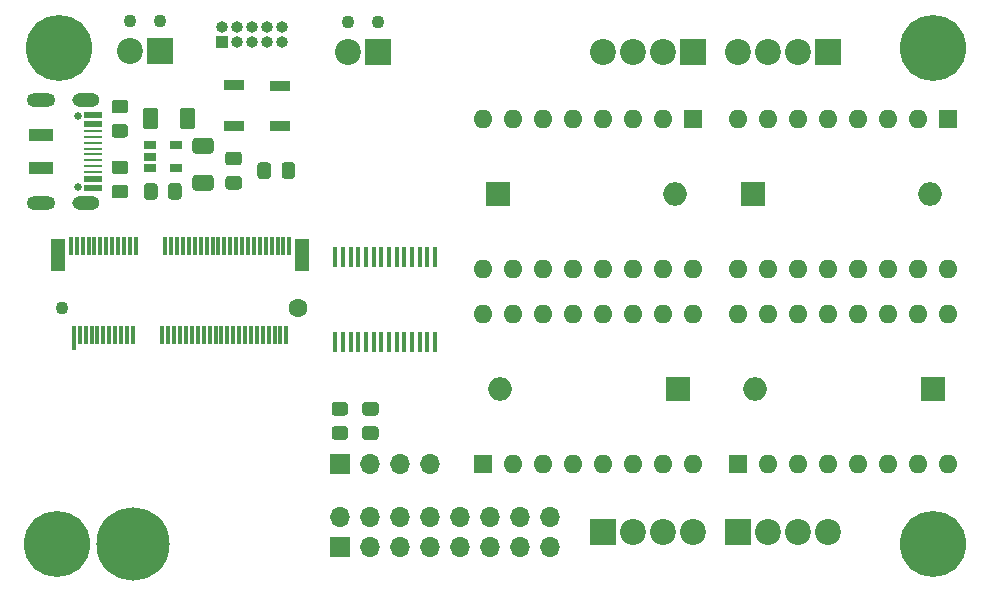
<source format=gts>
%TF.GenerationSoftware,KiCad,Pcbnew,(5.1.8)-1*%
%TF.CreationDate,2020-12-25T17:53:49+01:00*%
%TF.ProjectId,mmStep,6d6d5374-6570-42e6-9b69-6361645f7063,rev?*%
%TF.SameCoordinates,Original*%
%TF.FileFunction,Soldermask,Top*%
%TF.FilePolarity,Negative*%
%FSLAX46Y46*%
G04 Gerber Fmt 4.6, Leading zero omitted, Abs format (unit mm)*
G04 Created by KiCad (PCBNEW (5.1.8)-1) date 2020-12-25 17:53:49*
%MOMM*%
%LPD*%
G01*
G04 APERTURE LIST*
%ADD10O,1.600000X1.600000*%
%ADD11R,1.600000X1.600000*%
%ADD12C,5.600000*%
%ADD13O,2.000000X2.000000*%
%ADD14R,2.000000X2.000000*%
%ADD15C,6.200000*%
%ADD16R,0.300000X1.550000*%
%ADD17R,1.200000X2.750000*%
%ADD18R,0.300000X2.000000*%
%ADD19C,1.600000*%
%ADD20C,1.100000*%
%ADD21O,1.700000X1.700000*%
%ADD22R,1.700000X1.700000*%
%ADD23R,0.450000X1.750000*%
%ADD24C,2.200000*%
%ADD25R,2.200000X2.200000*%
%ADD26O,2.400000X1.200000*%
%ADD27O,2.316000X1.158000*%
%ADD28C,0.630000*%
%ADD29R,2.000000X1.000000*%
%ADD30C,0.600000*%
%ADD31R,1.500000X0.270000*%
%ADD32R,1.500000X0.520000*%
%ADD33R,1.700000X0.900000*%
%ADD34O,1.000000X1.000000*%
%ADD35R,1.000000X1.000000*%
%ADD36R,1.060000X0.650000*%
G04 APERTURE END LIST*
D10*
%TO.C,A4*%
X57150000Y-22225000D03*
X39370000Y-9525000D03*
X54610000Y-22225000D03*
X41910000Y-9525000D03*
X52070000Y-22225000D03*
X44450000Y-9525000D03*
X49530000Y-22225000D03*
X46990000Y-9525000D03*
X46990000Y-22225000D03*
X49530000Y-9525000D03*
X44450000Y-22225000D03*
X52070000Y-9525000D03*
X41910000Y-22225000D03*
X54610000Y-9525000D03*
X39370000Y-22225000D03*
D11*
X57150000Y-9525000D03*
%TD*%
D10*
%TO.C,A3*%
X78740000Y-22225000D03*
X60960000Y-9525000D03*
X76200000Y-22225000D03*
X63500000Y-9525000D03*
X73660000Y-22225000D03*
X66040000Y-9525000D03*
X71120000Y-22225000D03*
X68580000Y-9525000D03*
X68580000Y-22225000D03*
X71120000Y-9525000D03*
X66040000Y-22225000D03*
X73660000Y-9525000D03*
X63500000Y-22225000D03*
X76200000Y-9525000D03*
X60960000Y-22225000D03*
D11*
X78740000Y-9525000D03*
%TD*%
D10*
%TO.C,A1*%
X39370000Y-26035000D03*
X57150000Y-38735000D03*
X41910000Y-26035000D03*
X54610000Y-38735000D03*
X44450000Y-26035000D03*
X52070000Y-38735000D03*
X46990000Y-26035000D03*
X49530000Y-38735000D03*
X49530000Y-26035000D03*
X46990000Y-38735000D03*
X52070000Y-26035000D03*
X44450000Y-38735000D03*
X54610000Y-26035000D03*
X41910000Y-38735000D03*
X57150000Y-26035000D03*
D11*
X39370000Y-38735000D03*
%TD*%
D10*
%TO.C,A2*%
X60960000Y-26035000D03*
X78740000Y-38735000D03*
X63500000Y-26035000D03*
X76200000Y-38735000D03*
X66040000Y-26035000D03*
X73660000Y-38735000D03*
X68580000Y-26035000D03*
X71120000Y-38735000D03*
X71120000Y-26035000D03*
X68580000Y-38735000D03*
X73660000Y-26035000D03*
X66040000Y-38735000D03*
X76200000Y-26035000D03*
X63500000Y-38735000D03*
X78740000Y-26035000D03*
D11*
X60960000Y-38735000D03*
%TD*%
D12*
%TO.C,REF\u002A\u002A*%
X77470000Y-45500000D03*
%TD*%
D13*
%TO.C,C7*%
X55640000Y-15875000D03*
D14*
X40640000Y-15875000D03*
%TD*%
D13*
%TO.C,C6*%
X77230000Y-15875000D03*
D14*
X62230000Y-15875000D03*
%TD*%
D13*
%TO.C,C5*%
X62470000Y-32385000D03*
D14*
X77470000Y-32385000D03*
%TD*%
D13*
%TO.C,C4*%
X40880000Y-32385000D03*
D14*
X55880000Y-32385000D03*
%TD*%
D15*
%TO.C,J3*%
X9753600Y-45500000D03*
D16*
X8753600Y-27780000D03*
X8253600Y-27780000D03*
X7753600Y-27780000D03*
X7253600Y-27780000D03*
X9003600Y-20230000D03*
X8503600Y-20230000D03*
X8003600Y-20230000D03*
X7503600Y-20230000D03*
D17*
X24103600Y-21005000D03*
X3403600Y-21005000D03*
D16*
X23003600Y-20230000D03*
X22753600Y-27780000D03*
X22253600Y-27780000D03*
X21753600Y-27780000D03*
X21253600Y-27780000D03*
X20753600Y-27780000D03*
X20253600Y-27780000D03*
X19753600Y-27780000D03*
X19253600Y-27780000D03*
X18753600Y-27780000D03*
X18253600Y-27780000D03*
X17753600Y-27780000D03*
X17253600Y-27780000D03*
X16753600Y-27780000D03*
X16253600Y-27780000D03*
X15753600Y-27780000D03*
X15253600Y-27780000D03*
X14753600Y-27780000D03*
X14253600Y-27780000D03*
X13753600Y-27780000D03*
X13253600Y-27780000D03*
X12753600Y-27780000D03*
X12253600Y-27780000D03*
X9753600Y-27780000D03*
X9253600Y-27780000D03*
X6753600Y-27780000D03*
X6253600Y-27780000D03*
X5753600Y-27780000D03*
X5253600Y-27780000D03*
D18*
X4753600Y-28000000D03*
D16*
X22503600Y-20230000D03*
X22003600Y-20230000D03*
X21503600Y-20230000D03*
X21003600Y-20230000D03*
X20503600Y-20230000D03*
X20003600Y-20230000D03*
X19503600Y-20230000D03*
X19003600Y-20230000D03*
X18503600Y-20230000D03*
X18003600Y-20230000D03*
X17503600Y-20230000D03*
X17003600Y-20230000D03*
X16503600Y-20230000D03*
X16003600Y-20230000D03*
X15503600Y-20230000D03*
X15003600Y-20230000D03*
X14503600Y-20230000D03*
X14003600Y-20230000D03*
X13503600Y-20230000D03*
X13003600Y-20230000D03*
X12503600Y-20230000D03*
X10003600Y-20230000D03*
X9503600Y-20230000D03*
X7003600Y-20230000D03*
X6503600Y-20230000D03*
X6003600Y-20230000D03*
X5503600Y-20230000D03*
X5003600Y-20230000D03*
X4503600Y-20230000D03*
D19*
X23753600Y-25505000D03*
D20*
X3753600Y-25505000D03*
%TD*%
%TO.C,R4*%
G36*
G01*
X27729601Y-34611000D02*
X26829599Y-34611000D01*
G75*
G02*
X26579600Y-34361001I0J249999D01*
G01*
X26579600Y-33710999D01*
G75*
G02*
X26829599Y-33461000I249999J0D01*
G01*
X27729601Y-33461000D01*
G75*
G02*
X27979600Y-33710999I0J-249999D01*
G01*
X27979600Y-34361001D01*
G75*
G02*
X27729601Y-34611000I-249999J0D01*
G01*
G37*
G36*
G01*
X27729601Y-36661000D02*
X26829599Y-36661000D01*
G75*
G02*
X26579600Y-36411001I0J249999D01*
G01*
X26579600Y-35760999D01*
G75*
G02*
X26829599Y-35511000I249999J0D01*
G01*
X27729601Y-35511000D01*
G75*
G02*
X27979600Y-35760999I0J-249999D01*
G01*
X27979600Y-36411001D01*
G75*
G02*
X27729601Y-36661000I-249999J0D01*
G01*
G37*
%TD*%
%TO.C,R3*%
G36*
G01*
X30320401Y-34611000D02*
X29420399Y-34611000D01*
G75*
G02*
X29170400Y-34361001I0J249999D01*
G01*
X29170400Y-33710999D01*
G75*
G02*
X29420399Y-33461000I249999J0D01*
G01*
X30320401Y-33461000D01*
G75*
G02*
X30570400Y-33710999I0J-249999D01*
G01*
X30570400Y-34361001D01*
G75*
G02*
X30320401Y-34611000I-249999J0D01*
G01*
G37*
G36*
G01*
X30320401Y-36661000D02*
X29420399Y-36661000D01*
G75*
G02*
X29170400Y-36411001I0J249999D01*
G01*
X29170400Y-35760999D01*
G75*
G02*
X29420399Y-35511000I249999J0D01*
G01*
X30320401Y-35511000D01*
G75*
G02*
X30570400Y-35760999I0J-249999D01*
G01*
X30570400Y-36411001D01*
G75*
G02*
X30320401Y-36661000I-249999J0D01*
G01*
G37*
%TD*%
D21*
%TO.C,J5*%
X34925000Y-38735000D03*
X32385000Y-38735000D03*
X29845000Y-38735000D03*
D22*
X27305000Y-38735000D03*
%TD*%
D21*
%TO.C,J1*%
X45085000Y-43180000D03*
X45085000Y-45720000D03*
X42545000Y-43180000D03*
X42545000Y-45720000D03*
X40005000Y-43180000D03*
X40005000Y-45720000D03*
X37465000Y-43180000D03*
X37465000Y-45720000D03*
X34925000Y-43180000D03*
X34925000Y-45720000D03*
X32385000Y-43180000D03*
X32385000Y-45720000D03*
X29845000Y-43180000D03*
X29845000Y-45720000D03*
X27305000Y-43180000D03*
D22*
X27305000Y-45720000D03*
%TD*%
D23*
%TO.C,U2*%
X26890000Y-21165000D03*
X27540000Y-21165000D03*
X28190000Y-21165000D03*
X28840000Y-21165000D03*
X29490000Y-21165000D03*
X30140000Y-21165000D03*
X30790000Y-21165000D03*
X31440000Y-21165000D03*
X32090000Y-21165000D03*
X32740000Y-21165000D03*
X33390000Y-21165000D03*
X34040000Y-21165000D03*
X34690000Y-21165000D03*
X35340000Y-21165000D03*
X35340000Y-28365000D03*
X34690000Y-28365000D03*
X34040000Y-28365000D03*
X33390000Y-28365000D03*
X32740000Y-28365000D03*
X32090000Y-28365000D03*
X31440000Y-28365000D03*
X30790000Y-28365000D03*
X30140000Y-28365000D03*
X29490000Y-28365000D03*
X28840000Y-28365000D03*
X28190000Y-28365000D03*
X27540000Y-28365000D03*
X26890000Y-28365000D03*
%TD*%
D20*
%TO.C,J11*%
X27940000Y-1270000D03*
D24*
X27940000Y-3810000D03*
D20*
X30480000Y-1270000D03*
D25*
X30480000Y-3810000D03*
%TD*%
D24*
%TO.C,J9*%
X60960000Y-3810000D03*
X63500000Y-3810000D03*
X66040000Y-3810000D03*
D25*
X68580000Y-3810000D03*
%TD*%
D24*
%TO.C,J10*%
X49530000Y-3810000D03*
X52070000Y-3810000D03*
X54610000Y-3810000D03*
D25*
X57150000Y-3810000D03*
%TD*%
D24*
%TO.C,J8*%
X57150000Y-44450000D03*
X54610000Y-44450000D03*
X52070000Y-44450000D03*
D25*
X49530000Y-44450000D03*
%TD*%
D24*
%TO.C,J7*%
X68580000Y-44450000D03*
X66040000Y-44450000D03*
X63500000Y-44450000D03*
D25*
X60960000Y-44450000D03*
%TD*%
D26*
%TO.C,J2*%
X2000000Y-16570000D03*
X2000000Y-7930000D03*
D27*
X5825000Y-16570000D03*
X5825000Y-7930000D03*
D28*
X5100000Y-9250000D03*
D29*
X2000000Y-13650000D03*
X2000000Y-10850000D03*
D28*
X5100000Y-15250000D03*
D30*
X5100000Y-15250000D03*
D31*
X6400000Y-13500000D03*
X6400000Y-13000000D03*
X6400000Y-12500000D03*
X6400000Y-12000000D03*
X6400000Y-11500000D03*
X6400000Y-11000000D03*
X6400000Y-14000000D03*
X6400000Y-10500000D03*
D32*
X6400000Y-14600000D03*
X6400000Y-9900000D03*
X6400000Y-15350000D03*
X6400000Y-9150000D03*
%TD*%
D12*
%TO.C,REF\u002A\u002A*%
X3500000Y-3500000D03*
%TD*%
%TO.C,REF\u002A\u002A*%
X77500000Y-3500000D03*
%TD*%
%TO.C,REF\u002A\u002A*%
X3302000Y-45500000D03*
%TD*%
%TO.C,R5*%
G36*
G01*
X17837999Y-14318400D02*
X18738001Y-14318400D01*
G75*
G02*
X18988000Y-14568399I0J-249999D01*
G01*
X18988000Y-15218401D01*
G75*
G02*
X18738001Y-15468400I-249999J0D01*
G01*
X17837999Y-15468400D01*
G75*
G02*
X17588000Y-15218401I0J249999D01*
G01*
X17588000Y-14568399D01*
G75*
G02*
X17837999Y-14318400I249999J0D01*
G01*
G37*
G36*
G01*
X17837999Y-12268400D02*
X18738001Y-12268400D01*
G75*
G02*
X18988000Y-12518399I0J-249999D01*
G01*
X18988000Y-13168401D01*
G75*
G02*
X18738001Y-13418400I-249999J0D01*
G01*
X17837999Y-13418400D01*
G75*
G02*
X17588000Y-13168401I0J249999D01*
G01*
X17588000Y-12518399D01*
G75*
G02*
X17837999Y-12268400I249999J0D01*
G01*
G37*
%TD*%
%TO.C,D1*%
G36*
G01*
X21444800Y-13418399D02*
X21444800Y-14318401D01*
G75*
G02*
X21194801Y-14568400I-249999J0D01*
G01*
X20544799Y-14568400D01*
G75*
G02*
X20294800Y-14318401I0J249999D01*
G01*
X20294800Y-13418399D01*
G75*
G02*
X20544799Y-13168400I249999J0D01*
G01*
X21194801Y-13168400D01*
G75*
G02*
X21444800Y-13418399I0J-249999D01*
G01*
G37*
G36*
G01*
X23494800Y-13418399D02*
X23494800Y-14318401D01*
G75*
G02*
X23244801Y-14568400I-249999J0D01*
G01*
X22594799Y-14568400D01*
G75*
G02*
X22344800Y-14318401I0J249999D01*
G01*
X22344800Y-13418399D01*
G75*
G02*
X22594799Y-13168400I249999J0D01*
G01*
X23244801Y-13168400D01*
G75*
G02*
X23494800Y-13418399I0J-249999D01*
G01*
G37*
%TD*%
D33*
%TO.C,SW2*%
X22250400Y-6682000D03*
X22250400Y-10082000D03*
%TD*%
%TO.C,SW1*%
X18288000Y-6658400D03*
X18288000Y-10058400D03*
%TD*%
D34*
%TO.C,J4*%
X22352000Y-1676400D03*
X22352000Y-2946400D03*
X21082000Y-1676400D03*
X21082000Y-2946400D03*
X19812000Y-1676400D03*
X19812000Y-2946400D03*
X18542000Y-1676400D03*
X18542000Y-2946400D03*
X17272000Y-1676400D03*
D35*
X17272000Y-2946400D03*
%TD*%
%TO.C,R2*%
G36*
G01*
X9100001Y-9025000D02*
X8199999Y-9025000D01*
G75*
G02*
X7950000Y-8775001I0J249999D01*
G01*
X7950000Y-8124999D01*
G75*
G02*
X8199999Y-7875000I249999J0D01*
G01*
X9100001Y-7875000D01*
G75*
G02*
X9350000Y-8124999I0J-249999D01*
G01*
X9350000Y-8775001D01*
G75*
G02*
X9100001Y-9025000I-249999J0D01*
G01*
G37*
G36*
G01*
X9100001Y-11075000D02*
X8199999Y-11075000D01*
G75*
G02*
X7950000Y-10825001I0J249999D01*
G01*
X7950000Y-10174999D01*
G75*
G02*
X8199999Y-9925000I249999J0D01*
G01*
X9100001Y-9925000D01*
G75*
G02*
X9350000Y-10174999I0J-249999D01*
G01*
X9350000Y-10825001D01*
G75*
G02*
X9100001Y-11075000I-249999J0D01*
G01*
G37*
%TD*%
%TO.C,R1*%
G36*
G01*
X8199999Y-15071400D02*
X9100001Y-15071400D01*
G75*
G02*
X9350000Y-15321399I0J-249999D01*
G01*
X9350000Y-15971401D01*
G75*
G02*
X9100001Y-16221400I-249999J0D01*
G01*
X8199999Y-16221400D01*
G75*
G02*
X7950000Y-15971401I0J249999D01*
G01*
X7950000Y-15321399D01*
G75*
G02*
X8199999Y-15071400I249999J0D01*
G01*
G37*
G36*
G01*
X8199999Y-13021400D02*
X9100001Y-13021400D01*
G75*
G02*
X9350000Y-13271399I0J-249999D01*
G01*
X9350000Y-13921401D01*
G75*
G02*
X9100001Y-14171400I-249999J0D01*
G01*
X8199999Y-14171400D01*
G75*
G02*
X7950000Y-13921401I0J249999D01*
G01*
X7950000Y-13271399D01*
G75*
G02*
X8199999Y-13021400I249999J0D01*
G01*
G37*
%TD*%
D20*
%TO.C,J6*%
X9550400Y-1168400D03*
D24*
X9550400Y-3708400D03*
D20*
X12090400Y-1168400D03*
D25*
X12090400Y-3708400D03*
%TD*%
D36*
%TO.C,U1*%
X13444400Y-11734000D03*
X13444400Y-13634000D03*
X11244400Y-13634000D03*
X11244400Y-12684000D03*
X11244400Y-11734000D03*
%TD*%
%TO.C,C3*%
G36*
G01*
X15047199Y-14244400D02*
X16347201Y-14244400D01*
G75*
G02*
X16597200Y-14494399I0J-249999D01*
G01*
X16597200Y-15319401D01*
G75*
G02*
X16347201Y-15569400I-249999J0D01*
G01*
X15047199Y-15569400D01*
G75*
G02*
X14797200Y-15319401I0J249999D01*
G01*
X14797200Y-14494399D01*
G75*
G02*
X15047199Y-14244400I249999J0D01*
G01*
G37*
G36*
G01*
X15047199Y-11119400D02*
X16347201Y-11119400D01*
G75*
G02*
X16597200Y-11369399I0J-249999D01*
G01*
X16597200Y-12194401D01*
G75*
G02*
X16347201Y-12444400I-249999J0D01*
G01*
X15047199Y-12444400D01*
G75*
G02*
X14797200Y-12194401I0J249999D01*
G01*
X14797200Y-11369399D01*
G75*
G02*
X15047199Y-11119400I249999J0D01*
G01*
G37*
%TD*%
%TO.C,C2*%
G36*
G01*
X11843600Y-15180399D02*
X11843600Y-16080401D01*
G75*
G02*
X11593601Y-16330400I-249999J0D01*
G01*
X10943599Y-16330400D01*
G75*
G02*
X10693600Y-16080401I0J249999D01*
G01*
X10693600Y-15180399D01*
G75*
G02*
X10943599Y-14930400I249999J0D01*
G01*
X11593601Y-14930400D01*
G75*
G02*
X11843600Y-15180399I0J-249999D01*
G01*
G37*
G36*
G01*
X13893600Y-15180399D02*
X13893600Y-16080401D01*
G75*
G02*
X13643601Y-16330400I-249999J0D01*
G01*
X12993599Y-16330400D01*
G75*
G02*
X12743600Y-16080401I0J249999D01*
G01*
X12743600Y-15180399D01*
G75*
G02*
X12993599Y-14930400I249999J0D01*
G01*
X13643601Y-14930400D01*
G75*
G02*
X13893600Y-15180399I0J-249999D01*
G01*
G37*
%TD*%
%TO.C,C1*%
G36*
G01*
X13713900Y-10098801D02*
X13713900Y-8798799D01*
G75*
G02*
X13963899Y-8548800I249999J0D01*
G01*
X14788901Y-8548800D01*
G75*
G02*
X15038900Y-8798799I0J-249999D01*
G01*
X15038900Y-10098801D01*
G75*
G02*
X14788901Y-10348800I-249999J0D01*
G01*
X13963899Y-10348800D01*
G75*
G02*
X13713900Y-10098801I0J249999D01*
G01*
G37*
G36*
G01*
X10588900Y-10098801D02*
X10588900Y-8798799D01*
G75*
G02*
X10838899Y-8548800I249999J0D01*
G01*
X11663901Y-8548800D01*
G75*
G02*
X11913900Y-8798799I0J-249999D01*
G01*
X11913900Y-10098801D01*
G75*
G02*
X11663901Y-10348800I-249999J0D01*
G01*
X10838899Y-10348800D01*
G75*
G02*
X10588900Y-10098801I0J249999D01*
G01*
G37*
%TD*%
M02*

</source>
